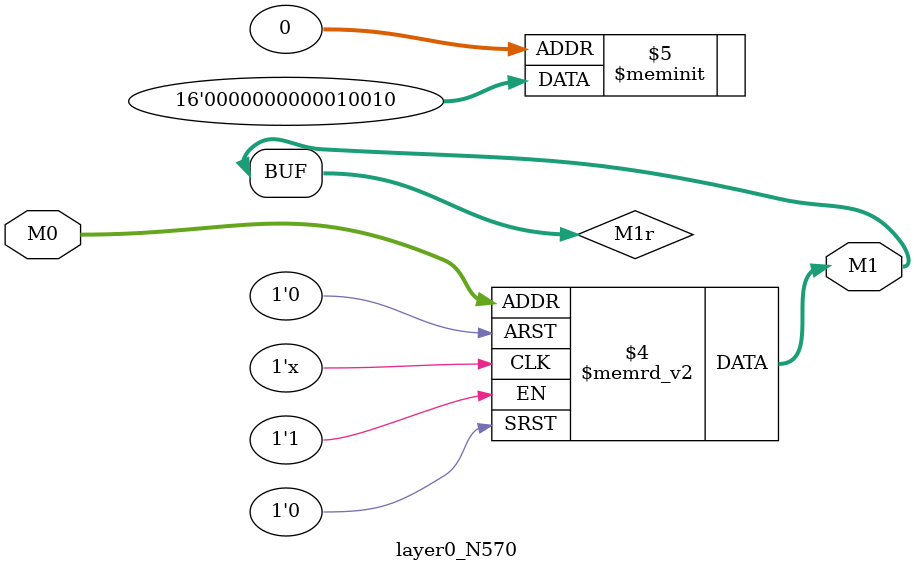
<source format=v>
module layer0_N570 ( input [2:0] M0, output [1:0] M1 );

	(*rom_style = "distributed" *) reg [1:0] M1r;
	assign M1 = M1r;
	always @ (M0) begin
		case (M0)
			3'b000: M1r = 2'b10;
			3'b100: M1r = 2'b00;
			3'b010: M1r = 2'b01;
			3'b110: M1r = 2'b00;
			3'b001: M1r = 2'b00;
			3'b101: M1r = 2'b00;
			3'b011: M1r = 2'b00;
			3'b111: M1r = 2'b00;

		endcase
	end
endmodule

</source>
